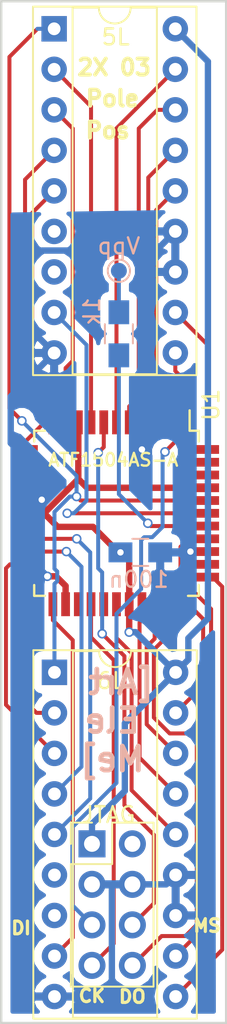
<source format=kicad_pcb>
(kicad_pcb (version 4) (host pcbnew 4.0.7-e2-6376~58~ubuntu16.04.1)

  (general
    (links 49)
    (no_connects 0)
    (area 148.974999 62.854999 163.325 128.745)
    (thickness 1.6)
    (drawings 14)
    (tracks 241)
    (zones 0)
    (modules 7)
    (nets 45)
  )

  (page A4)
  (layers
    (0 F.Cu signal)
    (31 B.Cu signal)
    (32 B.Adhes user)
    (33 F.Adhes user)
    (34 B.Paste user)
    (35 F.Paste user)
    (36 B.SilkS user)
    (37 F.SilkS user)
    (38 B.Mask user)
    (39 F.Mask user)
    (40 Dwgs.User user)
    (41 Cmts.User user)
    (42 Eco1.User user)
    (43 Eco2.User user)
    (44 Edge.Cuts user)
    (45 Margin user)
    (46 B.CrtYd user)
    (47 F.CrtYd user)
    (48 B.Fab user)
    (49 F.Fab user)
  )

  (setup
    (last_trace_width 0.25)
    (trace_clearance 0.2)
    (zone_clearance 0.508)
    (zone_45_only no)
    (trace_min 0.2)
    (segment_width 0.2)
    (edge_width 0.15)
    (via_size 0.6)
    (via_drill 0.4)
    (via_min_size 0.4)
    (via_min_drill 0.3)
    (uvia_size 0.3)
    (uvia_drill 0.1)
    (uvias_allowed no)
    (uvia_min_size 0.2)
    (uvia_min_drill 0.1)
    (pcb_text_width 0.3)
    (pcb_text_size 1.5 1.5)
    (mod_edge_width 0.15)
    (mod_text_size 1 1)
    (mod_text_width 0.15)
    (pad_size 1.524 1.524)
    (pad_drill 0.762)
    (pad_to_mask_clearance 0.2)
    (aux_axis_origin 0 0)
    (visible_elements FFFFFF7F)
    (pcbplotparams
      (layerselection 0x010f0_80000001)
      (usegerberextensions true)
      (excludeedgelayer true)
      (linewidth 0.100000)
      (plotframeref false)
      (viasonmask false)
      (mode 1)
      (useauxorigin false)
      (hpglpennumber 1)
      (hpglpenspeed 20)
      (hpglpendiameter 15)
      (hpglpenoverlay 2)
      (psnegative false)
      (psa4output false)
      (plotreference true)
      (plotvalue true)
      (plotinvisibletext false)
      (padsonsilk false)
      (subtractmaskfromsilk true)
      (outputformat 1)
      (mirror false)
      (drillshape 0)
      (scaleselection 1)
      (outputdirectory gerber/))
  )

  (net 0 "")
  (net 1 VCC)
  (net 2 GND)
  (net 3 "Net-(J1-Pad2)")
  (net 4 "Net-(J1-Pad5)")
  (net 5 "Net-(J1-Pad6)")
  (net 6 "Net-(J1-Pad7)")
  (net 7 "Net-(J1-Pad8)")
  (net 8 "Net-(J2-Pad1)")
  (net 9 /~6M)
  (net 10 /QSL10)
  (net 11 /I10)
  (net 12 /QSL11)
  (net 13 /I11)
  (net 14 /I12)
  (net 15 /I13)
  (net 16 /O13)
  (net 17 "Net-(P5L1-Pad6)")
  (net 18 /O12)
  (net 19 "Net-(P5L1-Pad7)")
  (net 20 /O11)
  (net 21 /OUT_SEL1)
  (net 22 /O10)
  (net 23 /QSL20)
  (net 24 /I20)
  (net 25 /QSL21)
  (net 26 /I21)
  (net 27 /I22)
  (net 28 /I23)
  (net 29 /O23)
  (net 30 "Net-(P6L1-Pad6)")
  (net 31 /O22)
  (net 32 "Net-(P6L1-Pad7)")
  (net 33 /O21)
  (net 34 /OUT_SEL2)
  (net 35 /O20)
  (net 36 "Net-(R1-Pad2)")
  (net 37 "Net-(U1-Pad15)")
  (net 38 "Net-(U1-Pad18)")
  (net 39 "Net-(U1-Pad25)")
  (net 40 "Net-(U1-Pad13)")
  (net 41 "Net-(U1-Pad14)")
  (net 42 "Net-(U1-Pad27)")
  (net 43 "Net-(U1-Pad42)")
  (net 44 "Net-(U1-Pad35)")

  (net_class Default "This is the default net class."
    (clearance 0.2)
    (trace_width 0.25)
    (via_dia 0.6)
    (via_drill 0.4)
    (uvia_dia 0.3)
    (uvia_drill 0.1)
    (add_net /I10)
    (add_net /I11)
    (add_net /I12)
    (add_net /I13)
    (add_net /I20)
    (add_net /I21)
    (add_net /I22)
    (add_net /I23)
    (add_net /O10)
    (add_net /O11)
    (add_net /O12)
    (add_net /O13)
    (add_net /O20)
    (add_net /O21)
    (add_net /O22)
    (add_net /O23)
    (add_net /OUT_SEL1)
    (add_net /OUT_SEL2)
    (add_net /QSL10)
    (add_net /QSL11)
    (add_net /QSL20)
    (add_net /QSL21)
    (add_net /~6M)
    (add_net "Net-(J1-Pad2)")
    (add_net "Net-(J1-Pad5)")
    (add_net "Net-(J1-Pad6)")
    (add_net "Net-(J1-Pad7)")
    (add_net "Net-(J1-Pad8)")
    (add_net "Net-(J2-Pad1)")
    (add_net "Net-(P5L1-Pad6)")
    (add_net "Net-(P5L1-Pad7)")
    (add_net "Net-(P6L1-Pad6)")
    (add_net "Net-(P6L1-Pad7)")
    (add_net "Net-(R1-Pad2)")
    (add_net "Net-(U1-Pad13)")
    (add_net "Net-(U1-Pad14)")
    (add_net "Net-(U1-Pad15)")
    (add_net "Net-(U1-Pad18)")
    (add_net "Net-(U1-Pad25)")
    (add_net "Net-(U1-Pad27)")
    (add_net "Net-(U1-Pad35)")
    (add_net "Net-(U1-Pad42)")
  )

  (net_class pwr ""
    (clearance 0.2)
    (trace_width 0.4)
    (via_dia 0.6)
    (via_drill 0.4)
    (uvia_dia 0.3)
    (uvia_drill 0.1)
    (add_net GND)
    (add_net VCC)
  )

  (module Capacitors_SMD:C_0805_HandSoldering (layer B.Cu) (tedit 668D8C2A) (tstamp 668D0E98)
    (at 157.8 97.5)
    (descr "Capacitor SMD 0805, hand soldering")
    (tags "capacitor 0805")
    (path /5F46A257)
    (attr smd)
    (fp_text reference C1 (at 0 1.75) (layer B.SilkS) hide
      (effects (font (size 1 1) (thickness 0.15)) (justify mirror))
    )
    (fp_text value 100n (at -0.1 1.7) (layer B.SilkS)
      (effects (font (size 1 1) (thickness 0.15)) (justify mirror))
    )
    (fp_text user %R (at 0 1.75) (layer B.Fab)
      (effects (font (size 1 1) (thickness 0.15)) (justify mirror))
    )
    (fp_line (start -1 -0.62) (end -1 0.62) (layer B.Fab) (width 0.1))
    (fp_line (start 1 -0.62) (end -1 -0.62) (layer B.Fab) (width 0.1))
    (fp_line (start 1 0.62) (end 1 -0.62) (layer B.Fab) (width 0.1))
    (fp_line (start -1 0.62) (end 1 0.62) (layer B.Fab) (width 0.1))
    (fp_line (start 0.5 0.85) (end -0.5 0.85) (layer B.SilkS) (width 0.12))
    (fp_line (start -0.5 -0.85) (end 0.5 -0.85) (layer B.SilkS) (width 0.12))
    (fp_line (start -2.25 0.88) (end 2.25 0.88) (layer B.CrtYd) (width 0.05))
    (fp_line (start -2.25 0.88) (end -2.25 -0.87) (layer B.CrtYd) (width 0.05))
    (fp_line (start 2.25 -0.87) (end 2.25 0.88) (layer B.CrtYd) (width 0.05))
    (fp_line (start 2.25 -0.87) (end -2.25 -0.87) (layer B.CrtYd) (width 0.05))
    (pad 1 smd rect (at -1.25 0) (size 1.5 1.25) (layers B.Cu B.Paste B.Mask)
      (net 1 VCC))
    (pad 2 smd rect (at 1.25 0) (size 1.5 1.25) (layers B.Cu B.Paste B.Mask)
      (net 2 GND))
    (model Capacitors_SMD.3dshapes/C_0805.wrl
      (at (xyz 0 0 0))
      (scale (xyz 1 1 1))
      (rotate (xyz 0 0 0))
    )
  )

  (module Pin_Headers:Pin_Header_Straight_2x04_Pitch2.54mm (layer F.Cu) (tedit 668D8F24) (tstamp 668D0EA4)
    (at 154.76 115.77)
    (descr "Through hole straight pin header, 2x04, 2.54mm pitch, double rows")
    (tags "Through hole pin header THT 2x04 2.54mm double row")
    (path /62A356CB)
    (fp_text reference J1 (at 1.27 -2.33) (layer F.SilkS) hide
      (effects (font (size 1 1) (thickness 0.15)))
    )
    (fp_text value JTAG (at 1.04 -1.82) (layer F.SilkS)
      (effects (font (size 1 1) (thickness 0.15)))
    )
    (fp_line (start 0 -1.27) (end 3.81 -1.27) (layer F.Fab) (width 0.1))
    (fp_line (start 3.81 -1.27) (end 3.81 8.89) (layer F.Fab) (width 0.1))
    (fp_line (start 3.81 8.89) (end -1.27 8.89) (layer F.Fab) (width 0.1))
    (fp_line (start -1.27 8.89) (end -1.27 0) (layer F.Fab) (width 0.1))
    (fp_line (start -1.27 0) (end 0 -1.27) (layer F.Fab) (width 0.1))
    (fp_line (start -1.33 8.95) (end 3.87 8.95) (layer F.SilkS) (width 0.12))
    (fp_line (start -1.33 1.27) (end -1.33 8.95) (layer F.SilkS) (width 0.12))
    (fp_line (start 3.87 -1.33) (end 3.87 8.95) (layer F.SilkS) (width 0.12))
    (fp_line (start -1.33 1.27) (end 1.27 1.27) (layer F.SilkS) (width 0.12))
    (fp_line (start 1.27 1.27) (end 1.27 -1.33) (layer F.SilkS) (width 0.12))
    (fp_line (start 1.27 -1.33) (end 3.87 -1.33) (layer F.SilkS) (width 0.12))
    (fp_line (start -1.33 0) (end -1.33 -1.33) (layer F.SilkS) (width 0.12))
    (fp_line (start -1.33 -1.33) (end 0 -1.33) (layer F.SilkS) (width 0.12))
    (fp_line (start -1.8 -1.8) (end -1.8 9.4) (layer F.CrtYd) (width 0.05))
    (fp_line (start -1.8 9.4) (end 4.35 9.4) (layer F.CrtYd) (width 0.05))
    (fp_line (start 4.35 9.4) (end 4.35 -1.8) (layer F.CrtYd) (width 0.05))
    (fp_line (start 4.35 -1.8) (end -1.8 -1.8) (layer F.CrtYd) (width 0.05))
    (fp_text user %R (at 1.27 3.81 90) (layer F.Fab) hide
      (effects (font (size 1 1) (thickness 0.15)))
    )
    (pad 1 thru_hole rect (at 0 0) (size 1.7 1.7) (drill 1) (layers *.Cu *.Mask)
      (net 1 VCC))
    (pad 2 thru_hole oval (at 2.54 0) (size 1.7 1.7) (drill 1) (layers *.Cu *.Mask)
      (net 3 "Net-(J1-Pad2)"))
    (pad 3 thru_hole oval (at 0 2.54) (size 1.7 1.7) (drill 1) (layers *.Cu *.Mask)
      (net 2 GND))
    (pad 4 thru_hole oval (at 2.54 2.54) (size 1.7 1.7) (drill 1) (layers *.Cu *.Mask)
      (net 2 GND))
    (pad 5 thru_hole oval (at 0 5.08) (size 1.7 1.7) (drill 1) (layers *.Cu *.Mask)
      (net 4 "Net-(J1-Pad5)"))
    (pad 6 thru_hole oval (at 2.54 5.08) (size 1.7 1.7) (drill 1) (layers *.Cu *.Mask)
      (net 5 "Net-(J1-Pad6)"))
    (pad 7 thru_hole oval (at 0 7.62) (size 1.7 1.7) (drill 1) (layers *.Cu *.Mask)
      (net 6 "Net-(J1-Pad7)"))
    (pad 8 thru_hole oval (at 2.54 7.62) (size 1.7 1.7) (drill 1) (layers *.Cu *.Mask)
      (net 7 "Net-(J1-Pad8)"))
    (model ${KISYS3DMOD}/Pin_Headers.3dshapes/Pin_Header_Straight_2x04_Pitch2.54mm.wrl
      (at (xyz 0 0 0))
      (scale (xyz 1 1 1))
      (rotate (xyz 0 0 0))
    )
  )

  (module Connectors_TestPoints:Test_Point_Pad_d1.0mm (layer B.Cu) (tedit 668D8D44) (tstamp 668D0EA9)
    (at 156.45 79.85)
    (descr "SMD pad as test Point, diameter 1.0mm")
    (tags "test point SMD pad")
    (path /60FD61A0)
    (attr virtual)
    (fp_text reference J2 (at 0 1.448) (layer B.SilkS) hide
      (effects (font (size 1 1) (thickness 0.15)) (justify mirror))
    )
    (fp_text value Vpp (at 0 -1.55) (layer B.SilkS)
      (effects (font (size 1 1) (thickness 0.15)) (justify mirror))
    )
    (fp_text user %R (at 0 1.45) (layer B.Fab) hide
      (effects (font (size 1 1) (thickness 0.15)) (justify mirror))
    )
    (fp_circle (center 0 0) (end 1 0) (layer B.CrtYd) (width 0.05))
    (fp_circle (center 0 0) (end 0 -0.7) (layer B.SilkS) (width 0.12))
    (pad 1 smd circle (at 0 0) (size 1 1) (layers B.Cu B.Mask)
      (net 8 "Net-(J2-Pad1)"))
  )

  (module Housings_DIP:DIP-18_W7.62mm_Socket (layer F.Cu) (tedit 668D8C79) (tstamp 668D0EBF)
    (at 152.38 64.68)
    (descr "18-lead though-hole mounted DIP package, row spacing 7.62 mm (300 mils), Socket")
    (tags "THT DIP DIL PDIP 2.54mm 7.62mm 300mil Socket")
    (path /66899300)
    (fp_text reference 5L (at 3.87 0.52) (layer F.SilkS)
      (effects (font (size 1 1) (thickness 0.15)))
    )
    (fp_text value DIP18 (at 3.81 22.65) (layer F.Fab) hide
      (effects (font (size 1 1) (thickness 0.15)))
    )
    (fp_arc (start 3.81 -1.33) (end 2.81 -1.33) (angle -180) (layer F.SilkS) (width 0.12))
    (fp_line (start 1.635 -1.27) (end 6.985 -1.27) (layer F.Fab) (width 0.1))
    (fp_line (start 6.985 -1.27) (end 6.985 21.59) (layer F.Fab) (width 0.1))
    (fp_line (start 6.985 21.59) (end 0.635 21.59) (layer F.Fab) (width 0.1))
    (fp_line (start 0.635 21.59) (end 0.635 -0.27) (layer F.Fab) (width 0.1))
    (fp_line (start 0.635 -0.27) (end 1.635 -1.27) (layer F.Fab) (width 0.1))
    (fp_line (start -1.27 -1.33) (end -1.27 21.65) (layer F.Fab) (width 0.1))
    (fp_line (start -1.27 21.65) (end 8.89 21.65) (layer F.Fab) (width 0.1))
    (fp_line (start 8.89 21.65) (end 8.89 -1.33) (layer F.Fab) (width 0.1))
    (fp_line (start 8.89 -1.33) (end -1.27 -1.33) (layer F.Fab) (width 0.1))
    (fp_line (start 2.81 -1.33) (end 1.16 -1.33) (layer F.SilkS) (width 0.12))
    (fp_line (start 1.16 -1.33) (end 1.16 21.65) (layer F.SilkS) (width 0.12))
    (fp_line (start 1.16 21.65) (end 6.46 21.65) (layer F.SilkS) (width 0.12))
    (fp_line (start 6.46 21.65) (end 6.46 -1.33) (layer F.SilkS) (width 0.12))
    (fp_line (start 6.46 -1.33) (end 4.81 -1.33) (layer F.SilkS) (width 0.12))
    (fp_line (start -1.33 -1.39) (end -1.33 21.71) (layer F.SilkS) (width 0.12))
    (fp_line (start -1.33 21.71) (end 8.95 21.71) (layer F.SilkS) (width 0.12))
    (fp_line (start 8.95 21.71) (end 8.95 -1.39) (layer F.SilkS) (width 0.12))
    (fp_line (start 8.95 -1.39) (end -1.33 -1.39) (layer F.SilkS) (width 0.12))
    (fp_line (start -1.55 -1.6) (end -1.55 21.9) (layer F.CrtYd) (width 0.05))
    (fp_line (start -1.55 21.9) (end 9.15 21.9) (layer F.CrtYd) (width 0.05))
    (fp_line (start 9.15 21.9) (end 9.15 -1.6) (layer F.CrtYd) (width 0.05))
    (fp_line (start 9.15 -1.6) (end -1.55 -1.6) (layer F.CrtYd) (width 0.05))
    (fp_text user %R (at 3.81 10.16) (layer F.Fab) hide
      (effects (font (size 1 1) (thickness 0.15)))
    )
    (pad 1 thru_hole rect (at 0 0) (size 1.6 1.6) (drill 0.8) (layers *.Cu *.Mask)
      (net 9 /~6M))
    (pad 10 thru_hole oval (at 7.62 20.32) (size 1.6 1.6) (drill 0.8) (layers *.Cu *.Mask)
      (net 10 /QSL10))
    (pad 2 thru_hole oval (at 0 2.54) (size 1.6 1.6) (drill 0.8) (layers *.Cu *.Mask)
      (net 11 /I10))
    (pad 11 thru_hole oval (at 7.62 17.78) (size 1.6 1.6) (drill 0.8) (layers *.Cu *.Mask)
      (net 12 /QSL11))
    (pad 3 thru_hole oval (at 0 5.08) (size 1.6 1.6) (drill 0.8) (layers *.Cu *.Mask)
      (net 13 /I11))
    (pad 12 thru_hole oval (at 7.62 15.24) (size 1.6 1.6) (drill 0.8) (layers *.Cu *.Mask)
      (net 2 GND))
    (pad 4 thru_hole oval (at 0 7.62) (size 1.6 1.6) (drill 0.8) (layers *.Cu *.Mask)
      (net 14 /I12))
    (pad 13 thru_hole oval (at 7.62 12.7) (size 1.6 1.6) (drill 0.8) (layers *.Cu *.Mask)
      (net 2 GND))
    (pad 5 thru_hole oval (at 0 10.16) (size 1.6 1.6) (drill 0.8) (layers *.Cu *.Mask)
      (net 15 /I13))
    (pad 14 thru_hole oval (at 7.62 10.16) (size 1.6 1.6) (drill 0.8) (layers *.Cu *.Mask)
      (net 16 /O13))
    (pad 6 thru_hole oval (at 0 12.7) (size 1.6 1.6) (drill 0.8) (layers *.Cu *.Mask)
      (net 17 "Net-(P5L1-Pad6)"))
    (pad 15 thru_hole oval (at 7.62 7.62) (size 1.6 1.6) (drill 0.8) (layers *.Cu *.Mask)
      (net 18 /O12))
    (pad 7 thru_hole oval (at 0 15.24) (size 1.6 1.6) (drill 0.8) (layers *.Cu *.Mask)
      (net 19 "Net-(P5L1-Pad7)"))
    (pad 16 thru_hole oval (at 7.62 5.08) (size 1.6 1.6) (drill 0.8) (layers *.Cu *.Mask)
      (net 20 /O11))
    (pad 8 thru_hole oval (at 0 17.78) (size 1.6 1.6) (drill 0.8) (layers *.Cu *.Mask)
      (net 21 /OUT_SEL1))
    (pad 17 thru_hole oval (at 7.62 2.54) (size 1.6 1.6) (drill 0.8) (layers *.Cu *.Mask)
      (net 22 /O10))
    (pad 9 thru_hole oval (at 0 20.32) (size 1.6 1.6) (drill 0.8) (layers *.Cu *.Mask)
      (net 2 GND))
    (pad 18 thru_hole oval (at 7.62 0) (size 1.6 1.6) (drill 0.8) (layers *.Cu *.Mask)
      (net 1 VCC))
    (model ${KISYS3DMOD}/Housings_DIP.3dshapes/DIP-18_W7.62mm_Socket.wrl
      (at (xyz 0 0 0))
      (scale (xyz 1 1 1))
      (rotate (xyz 0 0 0))
    )
  )

  (module Housings_DIP:DIP-18_W7.62mm_Socket (layer F.Cu) (tedit 668D8C57) (tstamp 668D0ED5)
    (at 152.4 105.02)
    (descr "18-lead though-hole mounted DIP package, row spacing 7.62 mm (300 mils), Socket")
    (tags "THT DIP DIL PDIP 2.54mm 7.62mm 300mil Socket")
    (path /668BB85B)
    (fp_text reference 6L (at 3.55 0.53) (layer F.SilkS)
      (effects (font (size 1 1) (thickness 0.15)))
    )
    (fp_text value DIP18 (at 3.81 22.65) (layer F.Fab) hide
      (effects (font (size 1 1) (thickness 0.15)))
    )
    (fp_arc (start 3.81 -1.33) (end 2.81 -1.33) (angle -180) (layer F.SilkS) (width 0.12))
    (fp_line (start 1.635 -1.27) (end 6.985 -1.27) (layer F.Fab) (width 0.1))
    (fp_line (start 6.985 -1.27) (end 6.985 21.59) (layer F.Fab) (width 0.1))
    (fp_line (start 6.985 21.59) (end 0.635 21.59) (layer F.Fab) (width 0.1))
    (fp_line (start 0.635 21.59) (end 0.635 -0.27) (layer F.Fab) (width 0.1))
    (fp_line (start 0.635 -0.27) (end 1.635 -1.27) (layer F.Fab) (width 0.1))
    (fp_line (start -1.27 -1.33) (end -1.27 21.65) (layer F.Fab) (width 0.1))
    (fp_line (start -1.27 21.65) (end 8.89 21.65) (layer F.Fab) (width 0.1))
    (fp_line (start 8.89 21.65) (end 8.89 -1.33) (layer F.Fab) (width 0.1))
    (fp_line (start 8.89 -1.33) (end -1.27 -1.33) (layer F.Fab) (width 0.1))
    (fp_line (start 2.81 -1.33) (end 1.16 -1.33) (layer F.SilkS) (width 0.12))
    (fp_line (start 1.16 -1.33) (end 1.16 21.65) (layer F.SilkS) (width 0.12))
    (fp_line (start 1.16 21.65) (end 6.46 21.65) (layer F.SilkS) (width 0.12))
    (fp_line (start 6.46 21.65) (end 6.46 -1.33) (layer F.SilkS) (width 0.12))
    (fp_line (start 6.46 -1.33) (end 4.81 -1.33) (layer F.SilkS) (width 0.12))
    (fp_line (start -1.33 -1.39) (end -1.33 21.71) (layer F.SilkS) (width 0.12))
    (fp_line (start -1.33 21.71) (end 8.95 21.71) (layer F.SilkS) (width 0.12))
    (fp_line (start 8.95 21.71) (end 8.95 -1.39) (layer F.SilkS) (width 0.12))
    (fp_line (start 8.95 -1.39) (end -1.33 -1.39) (layer F.SilkS) (width 0.12))
    (fp_line (start -1.55 -1.6) (end -1.55 21.9) (layer F.CrtYd) (width 0.05))
    (fp_line (start -1.55 21.9) (end 9.15 21.9) (layer F.CrtYd) (width 0.05))
    (fp_line (start 9.15 21.9) (end 9.15 -1.6) (layer F.CrtYd) (width 0.05))
    (fp_line (start 9.15 -1.6) (end -1.55 -1.6) (layer F.CrtYd) (width 0.05))
    (fp_text user %R (at 3.81 10.16) (layer F.Fab) hide
      (effects (font (size 1 1) (thickness 0.15)))
    )
    (pad 1 thru_hole rect (at 0 0) (size 1.6 1.6) (drill 0.8) (layers *.Cu *.Mask)
      (net 9 /~6M))
    (pad 10 thru_hole oval (at 7.62 20.32) (size 1.6 1.6) (drill 0.8) (layers *.Cu *.Mask)
      (net 23 /QSL20))
    (pad 2 thru_hole oval (at 0 2.54) (size 1.6 1.6) (drill 0.8) (layers *.Cu *.Mask)
      (net 24 /I20))
    (pad 11 thru_hole oval (at 7.62 17.78) (size 1.6 1.6) (drill 0.8) (layers *.Cu *.Mask)
      (net 25 /QSL21))
    (pad 3 thru_hole oval (at 0 5.08) (size 1.6 1.6) (drill 0.8) (layers *.Cu *.Mask)
      (net 26 /I21))
    (pad 12 thru_hole oval (at 7.62 15.24) (size 1.6 1.6) (drill 0.8) (layers *.Cu *.Mask)
      (net 2 GND))
    (pad 4 thru_hole oval (at 0 7.62) (size 1.6 1.6) (drill 0.8) (layers *.Cu *.Mask)
      (net 27 /I22))
    (pad 13 thru_hole oval (at 7.62 12.7) (size 1.6 1.6) (drill 0.8) (layers *.Cu *.Mask)
      (net 2 GND))
    (pad 5 thru_hole oval (at 0 10.16) (size 1.6 1.6) (drill 0.8) (layers *.Cu *.Mask)
      (net 28 /I23))
    (pad 14 thru_hole oval (at 7.62 10.16) (size 1.6 1.6) (drill 0.8) (layers *.Cu *.Mask)
      (net 29 /O23))
    (pad 6 thru_hole oval (at 0 12.7) (size 1.6 1.6) (drill 0.8) (layers *.Cu *.Mask)
      (net 30 "Net-(P6L1-Pad6)"))
    (pad 15 thru_hole oval (at 7.62 7.62) (size 1.6 1.6) (drill 0.8) (layers *.Cu *.Mask)
      (net 31 /O22))
    (pad 7 thru_hole oval (at 0 15.24) (size 1.6 1.6) (drill 0.8) (layers *.Cu *.Mask)
      (net 32 "Net-(P6L1-Pad7)"))
    (pad 16 thru_hole oval (at 7.62 5.08) (size 1.6 1.6) (drill 0.8) (layers *.Cu *.Mask)
      (net 33 /O21))
    (pad 8 thru_hole oval (at 0 17.78) (size 1.6 1.6) (drill 0.8) (layers *.Cu *.Mask)
      (net 34 /OUT_SEL2))
    (pad 17 thru_hole oval (at 7.62 2.54) (size 1.6 1.6) (drill 0.8) (layers *.Cu *.Mask)
      (net 35 /O20))
    (pad 9 thru_hole oval (at 0 20.32) (size 1.6 1.6) (drill 0.8) (layers *.Cu *.Mask)
      (net 2 GND))
    (pad 18 thru_hole oval (at 7.62 0) (size 1.6 1.6) (drill 0.8) (layers *.Cu *.Mask)
      (net 1 VCC))
    (model ${KISYS3DMOD}/Housings_DIP.3dshapes/DIP-18_W7.62mm_Socket.wrl
      (at (xyz 0 0 0))
      (scale (xyz 1 1 1))
      (rotate (xyz 0 0 0))
    )
  )

  (module Resistors_SMD:R_0805_HandSoldering (layer B.Cu) (tedit 668D922E) (tstamp 668D0EDB)
    (at 156.45 83.8 270)
    (descr "Resistor SMD 0805, hand soldering")
    (tags "resistor 0805")
    (path /5F3ED112)
    (attr smd)
    (fp_text reference R1 (at 0 1.7 270) (layer B.SilkS) hide
      (effects (font (size 1 1) (thickness 0.15)) (justify mirror))
    )
    (fp_text value 1k (at -1.4 1.7 270) (layer B.SilkS)
      (effects (font (size 1 1) (thickness 0.15)) (justify mirror))
    )
    (fp_text user %R (at 0 0 270) (layer B.Fab) hide
      (effects (font (size 0.5 0.5) (thickness 0.075)) (justify mirror))
    )
    (fp_line (start -1 -0.62) (end -1 0.62) (layer B.Fab) (width 0.1))
    (fp_line (start 1 -0.62) (end -1 -0.62) (layer B.Fab) (width 0.1))
    (fp_line (start 1 0.62) (end 1 -0.62) (layer B.Fab) (width 0.1))
    (fp_line (start -1 0.62) (end 1 0.62) (layer B.Fab) (width 0.1))
    (fp_line (start 0.6 -0.88) (end -0.6 -0.88) (layer B.SilkS) (width 0.12))
    (fp_line (start -0.6 0.88) (end 0.6 0.88) (layer B.SilkS) (width 0.12))
    (fp_line (start -2.35 0.9) (end 2.35 0.9) (layer B.CrtYd) (width 0.05))
    (fp_line (start -2.35 0.9) (end -2.35 -0.9) (layer B.CrtYd) (width 0.05))
    (fp_line (start 2.35 -0.9) (end 2.35 0.9) (layer B.CrtYd) (width 0.05))
    (fp_line (start 2.35 -0.9) (end -2.35 -0.9) (layer B.CrtYd) (width 0.05))
    (pad 1 smd rect (at -1.35 0 270) (size 1.5 1.3) (layers B.Cu B.Paste B.Mask)
      (net 8 "Net-(J2-Pad1)"))
    (pad 2 smd rect (at 1.35 0 270) (size 1.5 1.3) (layers B.Cu B.Paste B.Mask)
      (net 36 "Net-(R1-Pad2)"))
    (model ${KISYS3DMOD}/Resistors_SMD.3dshapes/R_0805.wrl
      (at (xyz 0 0 0))
      (scale (xyz 1 1 1))
      (rotate (xyz 0 0 0))
    )
  )

  (module Housings_QFP:TQFP-44_10x10mm_Pitch0.8mm (layer F.Cu) (tedit 668D8BFF) (tstamp 668D0F0B)
    (at 156.3 95.05 270)
    (descr "44-Lead Plastic Thin Quad Flatpack (PT) - 10x10x1.0 mm Body [TQFP] (see Microchip Packaging Specification 00000049BS.pdf)")
    (tags "QFP 0.8")
    (path /5B329559)
    (attr smd)
    (fp_text reference U1 (at -6.8 -5.95 450) (layer F.SilkS)
      (effects (font (size 1 1) (thickness 0.15)))
    )
    (fp_text value ATF1504AS-A (at -3.35 0.2 360) (layer F.SilkS)
      (effects (font (size 0.8 0.8) (thickness 0.15)))
    )
    (fp_text user %R (at 0 0 270) (layer F.Fab) hide
      (effects (font (size 1 1) (thickness 0.15)))
    )
    (fp_line (start -4 -5) (end 5 -5) (layer F.Fab) (width 0.15))
    (fp_line (start 5 -5) (end 5 5) (layer F.Fab) (width 0.15))
    (fp_line (start 5 5) (end -5 5) (layer F.Fab) (width 0.15))
    (fp_line (start -5 5) (end -5 -4) (layer F.Fab) (width 0.15))
    (fp_line (start -5 -4) (end -4 -5) (layer F.Fab) (width 0.15))
    (fp_line (start -6.7 -6.7) (end -6.7 6.7) (layer F.CrtYd) (width 0.05))
    (fp_line (start 6.7 -6.7) (end 6.7 6.7) (layer F.CrtYd) (width 0.05))
    (fp_line (start -6.7 -6.7) (end 6.7 -6.7) (layer F.CrtYd) (width 0.05))
    (fp_line (start -6.7 6.7) (end 6.7 6.7) (layer F.CrtYd) (width 0.05))
    (fp_line (start -5.175 -5.175) (end -5.175 -4.6) (layer F.SilkS) (width 0.15))
    (fp_line (start 5.175 -5.175) (end 5.175 -4.5) (layer F.SilkS) (width 0.15))
    (fp_line (start 5.175 5.175) (end 5.175 4.5) (layer F.SilkS) (width 0.15))
    (fp_line (start -5.175 5.175) (end -5.175 4.5) (layer F.SilkS) (width 0.15))
    (fp_line (start -5.175 -5.175) (end -4.5 -5.175) (layer F.SilkS) (width 0.15))
    (fp_line (start -5.175 5.175) (end -4.5 5.175) (layer F.SilkS) (width 0.15))
    (fp_line (start 5.175 5.175) (end 4.5 5.175) (layer F.SilkS) (width 0.15))
    (fp_line (start 5.175 -5.175) (end 4.5 -5.175) (layer F.SilkS) (width 0.15))
    (fp_line (start -5.175 -4.6) (end -6.45 -4.6) (layer F.SilkS) (width 0.15))
    (pad 1 smd rect (at -5.7 -4 270) (size 1.5 0.55) (layers F.Cu F.Paste F.Mask)
      (net 4 "Net-(J1-Pad5)"))
    (pad 2 smd rect (at -5.7 -3.2 270) (size 1.5 0.55) (layers F.Cu F.Paste F.Mask)
      (net 16 /O13))
    (pad 3 smd rect (at -5.7 -2.4 270) (size 1.5 0.55) (layers F.Cu F.Paste F.Mask)
      (net 18 /O12))
    (pad 4 smd rect (at -5.7 -1.6 270) (size 1.5 0.55) (layers F.Cu F.Paste F.Mask)
      (net 2 GND))
    (pad 5 smd rect (at -5.7 -0.8 270) (size 1.5 0.55) (layers F.Cu F.Paste F.Mask)
      (net 20 /O11))
    (pad 6 smd rect (at -5.7 0 270) (size 1.5 0.55) (layers F.Cu F.Paste F.Mask)
      (net 22 /O10))
    (pad 7 smd rect (at -5.7 0.8 270) (size 1.5 0.55) (layers F.Cu F.Paste F.Mask)
      (net 5 "Net-(J1-Pad6)"))
    (pad 8 smd rect (at -5.7 1.6 270) (size 1.5 0.55) (layers F.Cu F.Paste F.Mask)
      (net 11 /I10))
    (pad 9 smd rect (at -5.7 2.4 270) (size 1.5 0.55) (layers F.Cu F.Paste F.Mask)
      (net 1 VCC))
    (pad 10 smd rect (at -5.7 3.2 270) (size 1.5 0.55) (layers F.Cu F.Paste F.Mask)
      (net 13 /I11))
    (pad 11 smd rect (at -5.7 4 270) (size 1.5 0.55) (layers F.Cu F.Paste F.Mask)
      (net 15 /I13))
    (pad 12 smd rect (at -4 5.7) (size 1.5 0.55) (layers F.Cu F.Paste F.Mask)
      (net 14 /I12))
    (pad 13 smd rect (at -3.2 5.7) (size 1.5 0.55) (layers F.Cu F.Paste F.Mask)
      (net 40 "Net-(U1-Pad13)"))
    (pad 14 smd rect (at -2.4 5.7) (size 1.5 0.55) (layers F.Cu F.Paste F.Mask)
      (net 41 "Net-(U1-Pad14)"))
    (pad 15 smd rect (at -1.6 5.7) (size 1.5 0.55) (layers F.Cu F.Paste F.Mask)
      (net 37 "Net-(U1-Pad15)"))
    (pad 16 smd rect (at -0.8 5.7) (size 1.5 0.55) (layers F.Cu F.Paste F.Mask)
      (net 2 GND))
    (pad 17 smd rect (at 0 5.7) (size 1.5 0.55) (layers F.Cu F.Paste F.Mask)
      (net 1 VCC))
    (pad 18 smd rect (at 0.8 5.7) (size 1.5 0.55) (layers F.Cu F.Paste F.Mask)
      (net 38 "Net-(U1-Pad18)"))
    (pad 19 smd rect (at 1.6 5.7) (size 1.5 0.55) (layers F.Cu F.Paste F.Mask)
      (net 28 /I23))
    (pad 20 smd rect (at 2.4 5.7) (size 1.5 0.55) (layers F.Cu F.Paste F.Mask)
      (net 27 /I22))
    (pad 21 smd rect (at 3.2 5.7) (size 1.5 0.55) (layers F.Cu F.Paste F.Mask)
      (net 26 /I21))
    (pad 22 smd rect (at 4 5.7) (size 1.5 0.55) (layers F.Cu F.Paste F.Mask)
      (net 24 /I20))
    (pad 23 smd rect (at 5.7 4 270) (size 1.5 0.55) (layers F.Cu F.Paste F.Mask)
      (net 34 /OUT_SEL2))
    (pad 24 smd rect (at 5.7 3.2 270) (size 1.5 0.55) (layers F.Cu F.Paste F.Mask)
      (net 2 GND))
    (pad 25 smd rect (at 5.7 2.4 270) (size 1.5 0.55) (layers F.Cu F.Paste F.Mask)
      (net 39 "Net-(U1-Pad25)"))
    (pad 26 smd rect (at 5.7 1.6 270) (size 1.5 0.55) (layers F.Cu F.Paste F.Mask)
      (net 6 "Net-(J1-Pad7)"))
    (pad 27 smd rect (at 5.7 0.8 270) (size 1.5 0.55) (layers F.Cu F.Paste F.Mask)
      (net 42 "Net-(U1-Pad27)"))
    (pad 28 smd rect (at 5.7 0 270) (size 1.5 0.55) (layers F.Cu F.Paste F.Mask)
      (net 29 /O23))
    (pad 29 smd rect (at 5.7 -0.8 270) (size 1.5 0.55) (layers F.Cu F.Paste F.Mask)
      (net 1 VCC))
    (pad 30 smd rect (at 5.7 -1.6 270) (size 1.5 0.55) (layers F.Cu F.Paste F.Mask)
      (net 31 /O22))
    (pad 31 smd rect (at 5.7 -2.4 270) (size 1.5 0.55) (layers F.Cu F.Paste F.Mask)
      (net 33 /O21))
    (pad 32 smd rect (at 5.7 -3.2 270) (size 1.5 0.55) (layers F.Cu F.Paste F.Mask)
      (net 7 "Net-(J1-Pad8)"))
    (pad 33 smd rect (at 5.7 -4 270) (size 1.5 0.55) (layers F.Cu F.Paste F.Mask)
      (net 35 /O20))
    (pad 34 smd rect (at 4 -5.7) (size 1.5 0.55) (layers F.Cu F.Paste F.Mask)
      (net 23 /QSL20))
    (pad 35 smd rect (at 3.2 -5.7) (size 1.5 0.55) (layers F.Cu F.Paste F.Mask)
      (net 44 "Net-(U1-Pad35)"))
    (pad 36 smd rect (at 2.4 -5.7) (size 1.5 0.55) (layers F.Cu F.Paste F.Mask)
      (net 2 GND))
    (pad 37 smd rect (at 1.6 -5.7) (size 1.5 0.55) (layers F.Cu F.Paste F.Mask)
      (net 25 /QSL21))
    (pad 38 smd rect (at 0.8 -5.7) (size 1.5 0.55) (layers F.Cu F.Paste F.Mask)
      (net 36 "Net-(R1-Pad2)"))
    (pad 39 smd rect (at 0 -5.7) (size 1.5 0.55) (layers F.Cu F.Paste F.Mask)
      (net 21 /OUT_SEL1))
    (pad 40 smd rect (at -0.8 -5.7) (size 1.5 0.55) (layers F.Cu F.Paste F.Mask)
      (net 9 /~6M))
    (pad 41 smd rect (at -1.6 -5.7) (size 1.5 0.55) (layers F.Cu F.Paste F.Mask)
      (net 1 VCC))
    (pad 42 smd rect (at -2.4 -5.7) (size 1.5 0.55) (layers F.Cu F.Paste F.Mask)
      (net 43 "Net-(U1-Pad42)"))
    (pad 43 smd rect (at -3.2 -5.7) (size 1.5 0.55) (layers F.Cu F.Paste F.Mask)
      (net 10 /QSL10))
    (pad 44 smd rect (at -4 -5.7) (size 1.5 0.55) (layers F.Cu F.Paste F.Mask)
      (net 12 /QSL11))
    (model ${KISYS3DMOD}/Housings_QFP.3dshapes/TQFP-44_10x10mm_Pitch0.8mm.wrl
      (at (xyz 0 0 0))
      (scale (xyz 1 1 1))
      (rotate (xyz 0 0 0))
    )
  )

  (gr_text "[Art\n Ele\n Me]" (at 156.6 108.05) (layer B.SilkS)
    (effects (font (size 1.5 1.5) (thickness 0.3)) (justify mirror))
  )
  (gr_text DO (at 157.3 125.35) (layer F.SilkS)
    (effects (font (size 0.8 0.8) (thickness 0.2)))
  )
  (gr_text CK (at 154.75 125.3) (layer F.SilkS)
    (effects (font (size 0.8 0.8) (thickness 0.2)))
  )
  (gr_text MS (at 162 120.9) (layer F.SilkS)
    (effects (font (size 0.8 0.8) (thickness 0.2)))
  )
  (gr_text DI (at 150.3 121.05) (layer F.SilkS)
    (effects (font (size 0.8 0.8) (thickness 0.2)))
  )
  (gr_text Pos (at 155.75 71.05) (layer F.SilkS)
    (effects (font (size 1 1) (thickness 0.25)))
  )
  (gr_text Pole (at 156.05 69.05) (layer F.SilkS)
    (effects (font (size 1 1) (thickness 0.25)))
  )
  (gr_text "2X 03" (at 156.15 67.1) (layer F.SilkS)
    (effects (font (size 1 1) (thickness 0.25)))
  )
  (gr_line (start 149.05 88.6) (end 149.05 127) (layer Edge.Cuts) (width 0.15))
  (gr_line (start 163.2 127) (end 149.05 127) (layer Edge.Cuts) (width 0.15))
  (gr_line (start 163.2 101.25) (end 163.2 127) (layer Edge.Cuts) (width 0.15))
  (gr_line (start 163.2 62.95) (end 163.2 101.25) (layer Edge.Cuts) (width 0.15))
  (gr_line (start 149.05 62.95) (end 163.2 62.95) (layer Edge.Cuts) (width 0.15))
  (gr_line (start 149.05 88.6) (end 149.05 62.95) (layer Edge.Cuts) (width 0.15))

  (segment (start 157.1 102.5) (end 157.5 102.5) (width 0.4) (layer B.Cu) (net 1))
  (segment (start 157.5 102.5) (end 160.02 105.02) (width 0.4) (layer B.Cu) (net 1))
  (segment (start 157.1 100.75) (end 157.1 102.5) (width 0.4) (layer F.Cu) (net 1))
  (via (at 157.1 102.5) (size 0.6) (drill 0.4) (layers F.Cu B.Cu) (net 1))
  (segment (start 162.05 101.65) (end 162.05 66.73) (width 0.4) (layer B.Cu) (net 1))
  (segment (start 162.05 66.73) (end 160 64.68) (width 0.4) (layer B.Cu) (net 1))
  (segment (start 160.819999 102.880001) (end 162.05 101.65) (width 0.4) (layer B.Cu) (net 1))
  (segment (start 160.02 105.02) (end 160.819999 104.220001) (width 0.4) (layer B.Cu) (net 1))
  (segment (start 160.819999 104.220001) (end 160.819999 102.880001) (width 0.4) (layer B.Cu) (net 1))
  (segment (start 152.6 95.9) (end 154.825 95.9) (width 0.4) (layer F.Cu) (net 1))
  (segment (start 154.825 95.9) (end 156.425 97.5) (width 0.4) (layer F.Cu) (net 1))
  (segment (start 156.425 97.5) (end 156.55 97.5) (width 0.4) (layer F.Cu) (net 1))
  (segment (start 151.75 95.05) (end 152.6 95.9) (width 0.4) (layer F.Cu) (net 1))
  (segment (start 157.1 100.75) (end 157.1 98.05) (width 0.4) (layer F.Cu) (net 1))
  (via (at 156.55 97.5) (size 0.6) (drill 0.4) (layers F.Cu B.Cu) (net 1))
  (segment (start 157.1 98.05) (end 156.55 97.5) (width 0.4) (layer F.Cu) (net 1))
  (segment (start 154.76 114.52) (end 154.76 115.77) (width 0.4) (layer B.Cu) (net 1))
  (segment (start 156.825011 112.454989) (end 154.76 114.52) (width 0.4) (layer B.Cu) (net 1))
  (segment (start 156.825011 108.214989) (end 156.825011 112.454989) (width 0.4) (layer B.Cu) (net 1))
  (segment (start 160.02 105.02) (end 156.825011 108.214989) (width 0.4) (layer B.Cu) (net 1))
  (segment (start 153.9 92.9) (end 154.45 93.45) (width 0.4) (layer F.Cu) (net 1))
  (segment (start 154.45 93.45) (end 162 93.45) (width 0.4) (layer F.Cu) (net 1))
  (segment (start 153.9 90.5) (end 153.9 89.35) (width 0.4) (layer F.Cu) (net 1))
  (segment (start 153.9 92.9) (end 153.9 90.5) (width 0.4) (layer F.Cu) (net 1))
  (segment (start 150.6 95.05) (end 151.75 95.05) (width 0.4) (layer F.Cu) (net 1))
  (segment (start 151.75 95.05) (end 153.9 92.9) (width 0.4) (layer F.Cu) (net 1))
  (segment (start 157.3 118.31) (end 156.057921 118.31) (width 0.4) (layer B.Cu) (net 2))
  (segment (start 156.057921 118.31) (end 156.010001 118.35792) (width 0.4) (layer B.Cu) (net 2))
  (segment (start 152.4 125.34) (end 153.53137 125.34) (width 0.4) (layer B.Cu) (net 2))
  (segment (start 153.53137 125.34) (end 153.54137 125.35) (width 0.4) (layer B.Cu) (net 2))
  (segment (start 155.962081 118.31) (end 154.76 118.31) (width 0.4) (layer B.Cu) (net 2))
  (segment (start 153.54137 125.35) (end 155.05 125.35) (width 0.4) (layer B.Cu) (net 2))
  (segment (start 155.05 125.35) (end 156.010001 124.389999) (width 0.4) (layer B.Cu) (net 2))
  (segment (start 156.010001 124.389999) (end 156.010001 118.35792) (width 0.4) (layer B.Cu) (net 2))
  (segment (start 156.010001 118.35792) (end 155.962081 118.31) (width 0.4) (layer B.Cu) (net 2))
  (segment (start 149.65 90.65) (end 149.65 87.73) (width 0.4) (layer B.Cu) (net 2))
  (segment (start 149.65 87.73) (end 152.38 85) (width 0.4) (layer B.Cu) (net 2))
  (segment (start 151.6 92.6) (end 149.65 90.65) (width 0.4) (layer B.Cu) (net 2))
  (segment (start 151.6 94.2) (end 151.6 92.6) (width 0.4) (layer B.Cu) (net 2))
  (segment (start 157.9 89.35) (end 157.9 91.05) (width 0.4) (layer F.Cu) (net 2))
  (via (at 157.9 91.05) (size 0.6) (drill 0.4) (layers F.Cu B.Cu) (net 2))
  (segment (start 150.9 79.3) (end 151.619999 78.580001) (width 0.4) (layer B.Cu) (net 2))
  (segment (start 151.619999 78.580001) (end 158.799999 78.580001) (width 0.4) (layer B.Cu) (net 2))
  (segment (start 158.799999 78.580001) (end 159.200001 78.179999) (width 0.4) (layer B.Cu) (net 2))
  (segment (start 159.200001 78.179999) (end 160 77.38) (width 0.4) (layer B.Cu) (net 2))
  (segment (start 150.9 83.52) (end 150.9 79.3) (width 0.4) (layer B.Cu) (net 2))
  (segment (start 152.38 85) (end 150.9 83.52) (width 0.4) (layer B.Cu) (net 2))
  (segment (start 157.3 118.31) (end 159.43 118.31) (width 0.4) (layer B.Cu) (net 2))
  (segment (start 159.43 118.31) (end 160.02 117.72) (width 0.4) (layer B.Cu) (net 2))
  (segment (start 160.95 97.45) (end 159.1 97.45) (width 0.4) (layer B.Cu) (net 2))
  (segment (start 159.1 97.45) (end 159.05 97.5) (width 0.4) (layer B.Cu) (net 2))
  (via (at 160.95 97.45) (size 0.6) (drill 0.4) (layers F.Cu B.Cu) (net 2))
  (segment (start 162 97.45) (end 160.95 97.45) (width 0.4) (layer F.Cu) (net 2))
  (segment (start 151.95 99) (end 152.5 99) (width 0.4) (layer F.Cu) (net 2))
  (segment (start 152.5 99) (end 153.1 99.6) (width 0.4) (layer F.Cu) (net 2))
  (segment (start 153.1 99.6) (end 153.1 100.75) (width 0.4) (layer F.Cu) (net 2))
  (segment (start 151.6 98.65) (end 151.95 99) (width 0.4) (layer B.Cu) (net 2))
  (via (at 151.95 99) (size 0.6) (drill 0.4) (layers F.Cu B.Cu) (net 2))
  (segment (start 151.6 94.2) (end 151.6 98.65) (width 0.4) (layer B.Cu) (net 2))
  (segment (start 150.6 94.25) (end 151.55 94.25) (width 0.4) (layer F.Cu) (net 2))
  (segment (start 151.55 94.25) (end 151.6 94.2) (width 0.4) (layer F.Cu) (net 2))
  (via (at 151.6 94.2) (size 0.6) (drill 0.4) (layers F.Cu B.Cu) (net 2))
  (segment (start 160 77.38) (end 160 79.92) (width 0.4) (layer F.Cu) (net 2))
  (segment (start 160.02 117.72) (end 160.02 120.26) (width 0.4) (layer F.Cu) (net 2))
  (segment (start 159.35 91.2) (end 160.3 90.25) (width 0.25) (layer F.Cu) (net 4))
  (segment (start 160.3 90.25) (end 160.3 89.35) (width 0.25) (layer F.Cu) (net 4))
  (segment (start 159.2 95.9) (end 159.2 91.35) (width 0.25) (layer B.Cu) (net 4))
  (segment (start 159.2 91.35) (end 159.35 91.2) (width 0.25) (layer B.Cu) (net 4))
  (via (at 159.35 91.2) (size 0.6) (drill 0.4) (layers F.Cu B.Cu) (net 4))
  (segment (start 158.550001 96.549999) (end 159.2 95.9) (width 0.25) (layer B.Cu) (net 4))
  (segment (start 157.85 99.8) (end 157.85 96.739998) (width 0.25) (layer B.Cu) (net 4))
  (segment (start 157.85 96.739998) (end 158.039999 96.549999) (width 0.25) (layer B.Cu) (net 4))
  (segment (start 158.039999 96.549999) (end 158.550001 96.549999) (width 0.25) (layer B.Cu) (net 4))
  (segment (start 156.3 101.35) (end 157.85 99.8) (width 0.25) (layer B.Cu) (net 4))
  (segment (start 156.3 111.95) (end 156.3 101.35) (width 0.25) (layer B.Cu) (net 4))
  (segment (start 153.525001 114.724999) (end 156.3 111.95) (width 0.25) (layer B.Cu) (net 4))
  (segment (start 153.5 119.59) (end 153.525001 119.564999) (width 0.25) (layer B.Cu) (net 4))
  (segment (start 153.525001 119.564999) (end 153.525001 114.724999) (width 0.25) (layer B.Cu) (net 4))
  (segment (start 154.76 120.85) (end 153.5 119.59) (width 0.25) (layer B.Cu) (net 4))
  (segment (start 155.4 102.6) (end 156.8 104) (width 0.25) (layer F.Cu) (net 5))
  (segment (start 156.8 104) (end 156.8 113.35) (width 0.25) (layer F.Cu) (net 5))
  (segment (start 156.8 113.35) (end 158.65 115.2) (width 0.25) (layer F.Cu) (net 5))
  (segment (start 158.65 115.2) (end 158.65 119.5) (width 0.25) (layer F.Cu) (net 5))
  (segment (start 158.65 119.5) (end 157.3 120.85) (width 0.25) (layer F.Cu) (net 5))
  (segment (start 155.15 91.25) (end 155.5 90.9) (width 0.25) (layer F.Cu) (net 5))
  (segment (start 155.5 90.9) (end 155.5 89.35) (width 0.25) (layer F.Cu) (net 5))
  (segment (start 155.15 98.5) (end 155.15 91.25) (width 0.25) (layer B.Cu) (net 5))
  (via (at 155.15 91.25) (size 0.6) (drill 0.4) (layers F.Cu B.Cu) (net 5))
  (segment (start 155.4 98.75) (end 155.15 98.5) (width 0.25) (layer B.Cu) (net 5))
  (segment (start 155.4 102.6) (end 155.4 98.75) (width 0.25) (layer B.Cu) (net 5))
  (via (at 155.4 102.6) (size 0.6) (drill 0.4) (layers F.Cu B.Cu) (net 5))
  (segment (start 154.7 101.75) (end 154.7 100.75) (width 0.25) (layer F.Cu) (net 6))
  (segment (start 154.7 102.825004) (end 154.7 101.75) (width 0.25) (layer F.Cu) (net 6))
  (segment (start 156.124999 104.250003) (end 154.7 102.825004) (width 0.25) (layer F.Cu) (net 6))
  (segment (start 156.124999 122.025001) (end 156.124999 104.250003) (width 0.25) (layer F.Cu) (net 6))
  (segment (start 154.76 123.39) (end 156.124999 122.025001) (width 0.25) (layer F.Cu) (net 6))
  (segment (start 159.5 101.75) (end 159.5 100.75) (width 0.25) (layer F.Cu) (net 7))
  (segment (start 159.5 102.75) (end 159.5 101.75) (width 0.25) (layer F.Cu) (net 7))
  (segment (start 159.14 121.55) (end 160.633589 121.55) (width 0.25) (layer F.Cu) (net 7))
  (segment (start 158.65 107.855002) (end 158.65 103.6) (width 0.25) (layer F.Cu) (net 7))
  (segment (start 159.644998 108.85) (end 158.65 107.855002) (width 0.25) (layer F.Cu) (net 7))
  (segment (start 160.85 108.85) (end 159.644998 108.85) (width 0.25) (layer F.Cu) (net 7))
  (segment (start 161.35 109.35) (end 160.85 108.85) (width 0.25) (layer F.Cu) (net 7))
  (segment (start 161.35 120.833589) (end 161.35 109.35) (width 0.25) (layer F.Cu) (net 7))
  (segment (start 158.65 103.6) (end 159.5 102.75) (width 0.25) (layer F.Cu) (net 7))
  (segment (start 160.633589 121.55) (end 161.35 120.833589) (width 0.25) (layer F.Cu) (net 7))
  (segment (start 158 122.69) (end 159.14 121.55) (width 0.25) (layer F.Cu) (net 7))
  (segment (start 158 122.69) (end 158.149999 122.540001) (width 0.25) (layer F.Cu) (net 7))
  (segment (start 157.3 123.39) (end 158 122.69) (width 0.25) (layer F.Cu) (net 7))
  (segment (start 156.45 79.85) (end 156.45 80.557106) (width 0.25) (layer B.Cu) (net 8))
  (segment (start 156.45 80.557106) (end 156.45 82.45) (width 0.25) (layer B.Cu) (net 8))
  (segment (start 153.789329 92.6959) (end 150.650009 89.55658) (width 0.25) (layer B.Cu) (net 9))
  (segment (start 149.568283 88.474854) (end 150.050011 88.956582) (width 0.25) (layer F.Cu) (net 9))
  (segment (start 151.33 64.68) (end 149.568283 66.441717) (width 0.25) (layer F.Cu) (net 9))
  (segment (start 153.789329 94.000635) (end 153.789329 92.6959) (width 0.25) (layer B.Cu) (net 9))
  (segment (start 152.38 64.68) (end 151.33 64.68) (width 0.25) (layer F.Cu) (net 9))
  (via (at 150.35001 89.256581) (size 0.6) (drill 0.4) (layers F.Cu B.Cu) (net 9))
  (segment (start 149.568283 66.441717) (end 149.568283 88.474854) (width 0.25) (layer F.Cu) (net 9))
  (segment (start 150.050011 88.956582) (end 150.35001 89.256581) (width 0.25) (layer F.Cu) (net 9))
  (segment (start 150.650009 89.55658) (end 150.35001 89.256581) (width 0.25) (layer B.Cu) (net 9))
  (segment (start 153.365065 94.000635) (end 153.789329 94.000635) (width 0.25) (layer B.Cu) (net 9))
  (segment (start 152.4 94.9657) (end 153.365065 94.000635) (width 0.25) (layer B.Cu) (net 9))
  (segment (start 152.4 98.524996) (end 152.4 94.9657) (width 0.25) (layer B.Cu) (net 9))
  (segment (start 152.575002 99.300002) (end 152.575002 98.699998) (width 0.25) (layer B.Cu) (net 9))
  (segment (start 152.4 99.475004) (end 152.575002 99.300002) (width 0.25) (layer B.Cu) (net 9))
  (segment (start 152.4 105.02) (end 152.4 99.475004) (width 0.25) (layer B.Cu) (net 9))
  (segment (start 152.575002 98.699998) (end 152.4 98.524996) (width 0.25) (layer B.Cu) (net 9))
  (segment (start 154.038694 94.25) (end 153.789329 94.000635) (width 0.25) (layer F.Cu) (net 9))
  (segment (start 162 94.25) (end 154.038694 94.25) (width 0.25) (layer F.Cu) (net 9))
  (segment (start 152.38 64.68) (end 151.33 64.68) (width 0.25) (layer B.Cu) (net 9))
  (via (at 153.789329 94.000635) (size 0.6) (drill 0.4) (layers F.Cu B.Cu) (net 9))
  (segment (start 160.4 91.7) (end 160.55 91.85) (width 0.25) (layer F.Cu) (net 10))
  (segment (start 160.55 91.85) (end 162 91.85) (width 0.25) (layer F.Cu) (net 10))
  (segment (start 160.4 90.85) (end 160.4 91.7) (width 0.25) (layer F.Cu) (net 10))
  (segment (start 160.8 90.45) (end 160.4 90.85) (width 0.25) (layer F.Cu) (net 10))
  (segment (start 160.810002 90.45) (end 160.8 90.45) (width 0.25) (layer F.Cu) (net 10))
  (segment (start 161.15 87.28137) (end 161.15 90.110002) (width 0.25) (layer F.Cu) (net 10))
  (segment (start 161.15 90.110002) (end 160.810002 90.45) (width 0.25) (layer F.Cu) (net 10))
  (segment (start 160 85) (end 160 86.13137) (width 0.25) (layer F.Cu) (net 10))
  (segment (start 160 86.13137) (end 161.15 87.28137) (width 0.25) (layer F.Cu) (net 10))
  (segment (start 154.7 89.35) (end 154.7 69.55) (width 0.25) (layer F.Cu) (net 11))
  (segment (start 152.38 67.22) (end 153.179999 68.019999) (width 0.25) (layer F.Cu) (net 11))
  (segment (start 153.179999 68.019999) (end 153.179999 68.029999) (width 0.25) (layer F.Cu) (net 11))
  (segment (start 153.179999 68.029999) (end 154.7 69.55) (width 0.25) (layer F.Cu) (net 11))
  (segment (start 162 91.05) (end 162 84.46) (width 0.25) (layer F.Cu) (net 12))
  (segment (start 162 84.46) (end 160 82.46) (width 0.25) (layer F.Cu) (net 12))
  (segment (start 153.55 85.495002) (end 153.55 70.93) (width 0.25) (layer F.Cu) (net 13))
  (segment (start 153.55 70.93) (end 152.38 69.76) (width 0.25) (layer F.Cu) (net 13))
  (segment (start 153.1 89.35) (end 153.1 85.945002) (width 0.25) (layer F.Cu) (net 13))
  (segment (start 153.1 85.945002) (end 153.55 85.495002) (width 0.25) (layer F.Cu) (net 13))
  (segment (start 151.580001 73.099999) (end 152.38 72.3) (width 0.25) (layer F.Cu) (net 14))
  (segment (start 151.6 89.525) (end 151.6 88.286411) (width 0.25) (layer F.Cu) (net 14))
  (segment (start 150.549989 74.130011) (end 151.580001 73.099999) (width 0.25) (layer F.Cu) (net 14))
  (segment (start 150.6 90.525) (end 151.6 89.525) (width 0.25) (layer F.Cu) (net 14))
  (segment (start 151.6 88.286411) (end 150.549989 87.2364) (width 0.25) (layer F.Cu) (net 14))
  (segment (start 150.549989 87.2364) (end 150.549989 74.130011) (width 0.25) (layer F.Cu) (net 14))
  (segment (start 150.6 91.05) (end 150.6 90.525) (width 0.25) (layer F.Cu) (net 14))
  (segment (start 151 87.05) (end 151 76.22) (width 0.25) (layer F.Cu) (net 15))
  (segment (start 151 76.22) (end 152.38 74.84) (width 0.25) (layer F.Cu) (net 15))
  (segment (start 152.3 89.35) (end 152.3 88.35) (width 0.25) (layer F.Cu) (net 15))
  (segment (start 152.3 88.35) (end 151 87.05) (width 0.25) (layer F.Cu) (net 15))
  (segment (start 158.8 87.2) (end 159.5 87.9) (width 0.25) (layer F.Cu) (net 16))
  (segment (start 159.5 87.9) (end 159.5 89.35) (width 0.25) (layer F.Cu) (net 16))
  (segment (start 158.8 76.04) (end 158.8 87.2) (width 0.25) (layer F.Cu) (net 16))
  (segment (start 160 74.84) (end 158.8 76.04) (width 0.25) (layer F.Cu) (net 16))
  (segment (start 158.3 87.95) (end 158.3 74) (width 0.25) (layer F.Cu) (net 18))
  (segment (start 158.3 74) (end 160 72.3) (width 0.25) (layer F.Cu) (net 18))
  (segment (start 158.7 89.35) (end 158.7 88.35) (width 0.25) (layer F.Cu) (net 18))
  (segment (start 158.7 88.35) (end 158.3 87.95) (width 0.25) (layer F.Cu) (net 18))
  (segment (start 160 69.76) (end 158.86863 69.76) (width 0.25) (layer F.Cu) (net 20))
  (segment (start 158.86863 69.76) (end 157.7 70.92863) (width 0.25) (layer F.Cu) (net 20))
  (segment (start 157.7 70.92863) (end 157.7 87.75) (width 0.25) (layer F.Cu) (net 20))
  (segment (start 157.7 87.75) (end 157.1 88.35) (width 0.25) (layer F.Cu) (net 20))
  (segment (start 157.1 88.35) (end 157.1 89.35) (width 0.25) (layer F.Cu) (net 20))
  (segment (start 154.41433 84.49433) (end 154.41433 94.259934) (width 0.25) (layer B.Cu) (net 21))
  (segment (start 153.624264 95.05) (end 153.2 95.05) (width 0.25) (layer B.Cu) (net 21))
  (segment (start 154.41433 94.259934) (end 153.624264 95.05) (width 0.25) (layer B.Cu) (net 21))
  (segment (start 152.38 82.46) (end 154.41433 84.49433) (width 0.25) (layer B.Cu) (net 21))
  (segment (start 153.2 95.05) (end 162 95.05) (width 0.25) (layer F.Cu) (net 21))
  (via (at 153.2 95.05) (size 0.6) (drill 0.4) (layers F.Cu B.Cu) (net 21))
  (segment (start 156.3 71.15) (end 156.3 89.35) (width 0.25) (layer F.Cu) (net 22))
  (segment (start 160 67.22) (end 156.3 70.92) (width 0.25) (layer F.Cu) (net 22))
  (segment (start 156.3 70.92) (end 156.3 71.15) (width 0.25) (layer F.Cu) (net 22))
  (segment (start 162.95 99.65) (end 162.95 122.41) (width 0.25) (layer F.Cu) (net 23))
  (segment (start 162.95 122.41) (end 160.02 125.34) (width 0.25) (layer F.Cu) (net 23))
  (segment (start 162.35 99.05) (end 162.95 99.65) (width 0.25) (layer F.Cu) (net 23))
  (segment (start 162 99.05) (end 162.35 99.05) (width 0.25) (layer F.Cu) (net 23))
  (segment (start 150.6 105.95) (end 150.6 99.05) (width 0.25) (layer F.Cu) (net 24))
  (segment (start 152.4 107.56) (end 151.26863 107.56) (width 0.25) (layer F.Cu) (net 24))
  (segment (start 151.26863 107.56) (end 150.6 106.89137) (width 0.25) (layer F.Cu) (net 24))
  (segment (start 150.6 106.89137) (end 150.6 105.95) (width 0.25) (layer F.Cu) (net 24))
  (segment (start 162.25 120.57) (end 160.819999 122.000001) (width 0.25) (layer F.Cu) (net 25))
  (segment (start 162.25 101.05) (end 162.25 120.57) (width 0.25) (layer F.Cu) (net 25))
  (segment (start 160.324998 99.124998) (end 162.25 101.05) (width 0.25) (layer F.Cu) (net 25))
  (segment (start 160.324998 97.149998) (end 160.324998 99.124998) (width 0.25) (layer F.Cu) (net 25))
  (segment (start 160.824996 96.65) (end 160.324998 97.149998) (width 0.25) (layer F.Cu) (net 25))
  (segment (start 160.819999 122.000001) (end 160.02 122.8) (width 0.25) (layer F.Cu) (net 25))
  (segment (start 162 96.65) (end 160.824996 96.65) (width 0.25) (layer F.Cu) (net 25))
  (segment (start 149.35 98.5) (end 149.35 107.05) (width 0.25) (layer F.Cu) (net 26))
  (segment (start 149.35 107.05) (end 152.4 110.1) (width 0.25) (layer F.Cu) (net 26))
  (segment (start 150.6 98.25) (end 149.6 98.25) (width 0.25) (layer F.Cu) (net 26))
  (segment (start 149.6 98.25) (end 149.35 98.5) (width 0.25) (layer F.Cu) (net 26))
  (segment (start 154.1 98.4) (end 154.1 110.94) (width 0.25) (layer B.Cu) (net 27))
  (segment (start 154.1 110.94) (end 152.4 112.64) (width 0.25) (layer B.Cu) (net 27))
  (segment (start 153.15 97.45) (end 154.1 98.4) (width 0.25) (layer B.Cu) (net 27))
  (segment (start 150.6 97.45) (end 153.15 97.45) (width 0.25) (layer F.Cu) (net 27))
  (via (at 153.15 97.45) (size 0.6) (drill 0.4) (layers F.Cu B.Cu) (net 27))
  (segment (start 152.4 115.18) (end 154.65 112.93) (width 0.25) (layer B.Cu) (net 28))
  (segment (start 154.65 112.93) (end 154.65 97.5) (width 0.25) (layer B.Cu) (net 28))
  (segment (start 154.65 97.5) (end 153.8 96.65) (width 0.25) (layer B.Cu) (net 28))
  (via (at 153.8 96.65) (size 0.6) (drill 0.4) (layers F.Cu B.Cu) (net 28))
  (segment (start 150.6 96.65) (end 153.8 96.65) (width 0.25) (layer F.Cu) (net 28))
  (segment (start 157.250011 112.410011) (end 159.220001 114.380001) (width 0.25) (layer F.Cu) (net 29))
  (segment (start 157.250011 103.8136) (end 157.250011 112.410011) (width 0.25) (layer F.Cu) (net 29))
  (segment (start 156.3 102.863589) (end 157.250011 103.8136) (width 0.25) (layer F.Cu) (net 29))
  (segment (start 156.3 100.75) (end 156.3 102.863589) (width 0.25) (layer F.Cu) (net 29))
  (segment (start 159.220001 114.380001) (end 160.02 115.18) (width 0.25) (layer F.Cu) (net 29))
  (segment (start 157.749978 101.900022) (end 157.749978 110.369978) (width 0.25) (layer F.Cu) (net 31))
  (segment (start 159.220001 111.840001) (end 160.02 112.64) (width 0.25) (layer F.Cu) (net 31))
  (segment (start 157.9 101.75) (end 157.749978 101.900022) (width 0.25) (layer F.Cu) (net 31))
  (segment (start 157.9 100.75) (end 157.9 101.75) (width 0.25) (layer F.Cu) (net 31))
  (segment (start 157.749978 110.369978) (end 159.220001 111.840001) (width 0.25) (layer F.Cu) (net 31))
  (segment (start 158.199989 108.279989) (end 159.220001 109.300001) (width 0.25) (layer F.Cu) (net 33))
  (segment (start 158.199989 103.4136) (end 158.199989 108.279989) (width 0.25) (layer F.Cu) (net 33))
  (segment (start 159.220001 109.300001) (end 160.02 110.1) (width 0.25) (layer F.Cu) (net 33))
  (segment (start 158.7 100.75) (end 158.7 102.91359) (width 0.25) (layer F.Cu) (net 33))
  (segment (start 158.7 102.91359) (end 158.199989 103.4136) (width 0.25) (layer F.Cu) (net 33))
  (segment (start 153.55 103) (end 153.55 121.65) (width 0.25) (layer F.Cu) (net 34))
  (segment (start 153.55 121.65) (end 152.4 122.8) (width 0.25) (layer F.Cu) (net 34))
  (segment (start 152.3 100.75) (end 152.3 101.75) (width 0.25) (layer F.Cu) (net 34))
  (segment (start 152.3 101.75) (end 153.55 103) (width 0.25) (layer F.Cu) (net 34))
  (segment (start 161.75 101.675) (end 161.75 105.83) (width 0.25) (layer F.Cu) (net 35))
  (segment (start 161.75 105.83) (end 160.02 107.56) (width 0.25) (layer F.Cu) (net 35))
  (segment (start 160.3 100.75) (end 160.825 100.75) (width 0.25) (layer F.Cu) (net 35))
  (segment (start 160.825 100.75) (end 161.75 101.675) (width 0.25) (layer F.Cu) (net 35))
  (segment (start 157.970369 95.375011) (end 158.270368 95.67501) (width 0.25) (layer B.Cu) (net 36))
  (segment (start 156.45 93.854642) (end 157.970369 95.375011) (width 0.25) (layer B.Cu) (net 36))
  (segment (start 158.445358 95.85) (end 158.270368 95.67501) (width 0.25) (layer F.Cu) (net 36))
  (segment (start 162 95.85) (end 158.445358 95.85) (width 0.25) (layer F.Cu) (net 36))
  (segment (start 156.45 85.15) (end 156.45 93.854642) (width 0.25) (layer B.Cu) (net 36))
  (via (at 158.270368 95.67501) (size 0.6) (drill 0.4) (layers F.Cu B.Cu) (net 36))

  (zone (net 2) (net_name GND) (layer B.Cu) (tstamp 0) (hatch edge 0.508)
    (connect_pads (clearance 0.508))
    (min_thickness 0.254)
    (fill yes (arc_segments 16) (thermal_gap 0.508) (thermal_bridge_width 0.508))
    (polygon
      (pts
        (xy 149.35 76.15) (xy 149.5 126.55) (xy 162.55 126.55) (xy 162.45 76) (xy 149.35 76.2)
      )
    )
    (filled_polygon
      (pts
        (xy 162.422485 126.29) (xy 161.106041 126.29) (xy 161.37388 125.889151) (xy 161.483113 125.34) (xy 161.37388 124.790849)
        (xy 161.062811 124.325302) (xy 160.680725 124.07) (xy 161.062811 123.814698) (xy 161.37388 123.349151) (xy 161.483113 122.8)
        (xy 161.37388 122.250849) (xy 161.062811 121.785302) (xy 160.658297 121.515014) (xy 160.875134 121.412389) (xy 161.251041 120.997423)
        (xy 161.411904 120.609039) (xy 161.289915 120.387) (xy 160.147 120.387) (xy 160.147 120.407) (xy 159.893 120.407)
        (xy 159.893 120.387) (xy 159.873 120.387) (xy 159.873 120.133) (xy 159.893 120.133) (xy 159.893 117.847)
        (xy 160.147 117.847) (xy 160.147 120.133) (xy 161.289915 120.133) (xy 161.411904 119.910961) (xy 161.251041 119.522577)
        (xy 160.875134 119.107611) (xy 160.626633 118.99) (xy 160.875134 118.872389) (xy 161.251041 118.457423) (xy 161.411904 118.069039)
        (xy 161.289915 117.847) (xy 160.147 117.847) (xy 159.893 117.847) (xy 159.873 117.847) (xy 159.873 117.593)
        (xy 159.893 117.593) (xy 159.893 117.573) (xy 160.147 117.573) (xy 160.147 117.593) (xy 161.289915 117.593)
        (xy 161.411904 117.370961) (xy 161.251041 116.982577) (xy 160.875134 116.567611) (xy 160.658297 116.464986) (xy 161.062811 116.194698)
        (xy 161.37388 115.729151) (xy 161.483113 115.18) (xy 161.37388 114.630849) (xy 161.062811 114.165302) (xy 160.680725 113.91)
        (xy 161.062811 113.654698) (xy 161.37388 113.189151) (xy 161.483113 112.64) (xy 161.37388 112.090849) (xy 161.062811 111.625302)
        (xy 160.680725 111.37) (xy 161.062811 111.114698) (xy 161.37388 110.649151) (xy 161.483113 110.1) (xy 161.37388 109.550849)
        (xy 161.062811 109.085302) (xy 160.680725 108.83) (xy 161.062811 108.574698) (xy 161.37388 108.109151) (xy 161.483113 107.56)
        (xy 161.37388 107.010849) (xy 161.062811 106.545302) (xy 160.680725 106.29) (xy 161.062811 106.034698) (xy 161.37388 105.569151)
        (xy 161.483113 105.02) (xy 161.434318 104.774689) (xy 161.483916 104.70046) (xy 161.591438 104.539542) (xy 161.654999 104.220001)
        (xy 161.654999 103.225869) (xy 162.375434 102.505434)
      )
    )
    (filled_polygon
      (pts
        (xy 149.819683 90.048773) (xy 150.163211 90.191419) (xy 150.210087 90.19146) (xy 153.029329 93.010702) (xy 153.029329 93.328486)
        (xy 152.827664 93.463234) (xy 151.862599 94.428299) (xy 151.697852 94.674861) (xy 151.64 94.9657) (xy 151.64 98.524996)
        (xy 151.697852 98.815835) (xy 151.815002 98.991163) (xy 151.815002 99.008837) (xy 151.697852 99.184165) (xy 151.64 99.475004)
        (xy 151.64 103.57256) (xy 151.6 103.57256) (xy 151.364683 103.616838) (xy 151.148559 103.75591) (xy 151.003569 103.96811)
        (xy 150.95256 104.22) (xy 150.95256 105.82) (xy 150.996838 106.055317) (xy 151.13591 106.271441) (xy 151.34811 106.416431)
        (xy 151.503089 106.447815) (xy 151.357189 106.545302) (xy 151.04612 107.010849) (xy 150.936887 107.56) (xy 151.04612 108.109151)
        (xy 151.357189 108.574698) (xy 151.739275 108.83) (xy 151.357189 109.085302) (xy 151.04612 109.550849) (xy 150.936887 110.1)
        (xy 151.04612 110.649151) (xy 151.357189 111.114698) (xy 151.739275 111.37) (xy 151.357189 111.625302) (xy 151.04612 112.090849)
        (xy 150.936887 112.64) (xy 151.04612 113.189151) (xy 151.357189 113.654698) (xy 151.739275 113.91) (xy 151.357189 114.165302)
        (xy 151.04612 114.630849) (xy 150.936887 115.18) (xy 151.04612 115.729151) (xy 151.357189 116.194698) (xy 151.739275 116.45)
        (xy 151.357189 116.705302) (xy 151.04612 117.170849) (xy 150.936887 117.72) (xy 151.04612 118.269151) (xy 151.357189 118.734698)
        (xy 151.739275 118.99) (xy 151.357189 119.245302) (xy 151.04612 119.710849) (xy 150.936887 120.26) (xy 151.04612 120.809151)
        (xy 151.357189 121.274698) (xy 151.739275 121.53) (xy 151.357189 121.785302) (xy 151.04612 122.250849) (xy 150.936887 122.8)
        (xy 151.04612 123.349151) (xy 151.357189 123.814698) (xy 151.761703 124.084986) (xy 151.544866 124.187611) (xy 151.168959 124.602577)
        (xy 151.008096 124.990961) (xy 151.130085 125.213) (xy 152.273 125.213) (xy 152.273 125.193) (xy 152.527 125.193)
        (xy 152.527 125.213) (xy 153.669915 125.213) (xy 153.791904 124.990961) (xy 153.631041 124.602577) (xy 153.255134 124.187611)
        (xy 153.038297 124.084986) (xy 153.343574 123.881006) (xy 153.358946 123.958285) (xy 153.680853 124.440054) (xy 154.162622 124.761961)
        (xy 154.730907 124.875) (xy 154.789093 124.875) (xy 155.357378 124.761961) (xy 155.839147 124.440054) (xy 156.03 124.154422)
        (xy 156.220853 124.440054) (xy 156.702622 124.761961) (xy 157.270907 124.875) (xy 157.329093 124.875) (xy 157.897378 124.761961)
        (xy 158.379147 124.440054) (xy 158.701054 123.958285) (xy 158.786409 123.529176) (xy 158.977189 123.814698) (xy 159.359275 124.07)
        (xy 158.977189 124.325302) (xy 158.66612 124.790849) (xy 158.556887 125.34) (xy 158.66612 125.889151) (xy 158.933959 126.29)
        (xy 153.438473 126.29) (xy 153.631041 126.077423) (xy 153.791904 125.689039) (xy 153.669915 125.467) (xy 152.527 125.467)
        (xy 152.527 125.487) (xy 152.273 125.487) (xy 152.273 125.467) (xy 151.130085 125.467) (xy 151.008096 125.689039)
        (xy 151.168959 126.077423) (xy 151.361527 126.29) (xy 149.76 126.29) (xy 149.76 89.988986)
      )
    )
    (filled_polygon
      (pts
        (xy 154.887 118.183) (xy 157.173 118.183) (xy 157.173 118.163) (xy 157.427 118.163) (xy 157.427 118.183)
        (xy 157.447 118.183) (xy 157.447 118.437) (xy 157.427 118.437) (xy 157.427 118.457) (xy 157.173 118.457)
        (xy 157.173 118.437) (xy 154.887 118.437) (xy 154.887 118.457) (xy 154.633 118.457) (xy 154.633 118.437)
        (xy 154.613 118.437) (xy 154.613 118.183) (xy 154.633 118.183) (xy 154.633 118.163) (xy 154.887 118.163)
      )
    )
    (filled_polygon
      (pts
        (xy 159.144866 76.227611) (xy 158.768959 76.642577) (xy 158.608096 77.030961) (xy 158.730085 77.253) (xy 159.873 77.253)
        (xy 159.873 77.233) (xy 160.127 77.233) (xy 160.127 77.253) (xy 160.147 77.253) (xy 160.147 77.507)
        (xy 160.127 77.507) (xy 160.127 79.793) (xy 160.147 79.793) (xy 160.147 80.047) (xy 160.127 80.047)
        (xy 160.127 80.067) (xy 159.873 80.067) (xy 159.873 80.047) (xy 158.730085 80.047) (xy 158.608096 80.269039)
        (xy 158.768959 80.657423) (xy 159.144866 81.072389) (xy 159.361703 81.175014) (xy 158.957189 81.445302) (xy 158.64612 81.910849)
        (xy 158.536887 82.46) (xy 158.64612 83.009151) (xy 158.957189 83.474698) (xy 159.339275 83.73) (xy 158.957189 83.985302)
        (xy 158.64612 84.450849) (xy 158.536887 85) (xy 158.64612 85.549151) (xy 158.957189 86.014698) (xy 159.422736 86.325767)
        (xy 159.971887 86.435) (xy 160.028113 86.435) (xy 160.577264 86.325767) (xy 161.042811 86.014698) (xy 161.215 85.756999)
        (xy 161.215 101.304132) (xy 160.229565 102.289567) (xy 160.04856 102.56046) (xy 159.984999 102.880001) (xy 159.984999 103.58637)
        (xy 159.803367 103.622499) (xy 158.090434 101.909566) (xy 157.936758 101.806883) (xy 157.819541 101.728561) (xy 157.552277 101.675399)
        (xy 157.286799 101.565162) (xy 157.159751 101.565051) (xy 158.387401 100.337401) (xy 158.552148 100.090839) (xy 158.61 99.8)
        (xy 158.61 98.76) (xy 158.76425 98.76) (xy 158.923 98.60125) (xy 158.923 97.627) (xy 159.177 97.627)
        (xy 159.177 98.60125) (xy 159.33575 98.76) (xy 159.926309 98.76) (xy 160.159698 98.663327) (xy 160.338327 98.484699)
        (xy 160.435 98.25131) (xy 160.435 97.78575) (xy 160.27625 97.627) (xy 159.177 97.627) (xy 158.923 97.627)
        (xy 158.903 97.627) (xy 158.903 97.373) (xy 158.923 97.373) (xy 158.923 97.353) (xy 159.177 97.353)
        (xy 159.177 97.373) (xy 160.27625 97.373) (xy 160.435 97.21425) (xy 160.435 96.74869) (xy 160.338327 96.515301)
        (xy 160.159698 96.336673) (xy 159.926309 96.24) (xy 159.8693 96.24) (xy 159.902148 96.19084) (xy 159.917711 96.112599)
        (xy 159.96 95.9) (xy 159.96 91.912201) (xy 160.142192 91.730327) (xy 160.284838 91.386799) (xy 160.285162 91.014833)
        (xy 160.143117 90.671057) (xy 159.880327 90.407808) (xy 159.536799 90.265162) (xy 159.164833 90.264838) (xy 158.821057 90.406883)
        (xy 158.557808 90.669673) (xy 158.415162 91.013201) (xy 158.414838 91.385167) (xy 158.44 91.446064) (xy 158.44 94.740157)
        (xy 158.410291 94.740131) (xy 157.21 93.53984) (xy 157.21 86.526742) (xy 157.335317 86.503162) (xy 157.551441 86.36409)
        (xy 157.696431 86.15189) (xy 157.74744 85.9) (xy 157.74744 84.4) (xy 157.703162 84.164683) (xy 157.56409 83.948559)
        (xy 157.35189 83.803569) (xy 157.338803 83.800919) (xy 157.551441 83.66409) (xy 157.696431 83.45189) (xy 157.74744 83.2)
        (xy 157.74744 81.7) (xy 157.703162 81.464683) (xy 157.56409 81.248559) (xy 157.35189 81.103569) (xy 157.21 81.074836)
        (xy 157.21 80.695059) (xy 157.411645 80.493765) (xy 157.584803 80.076756) (xy 157.585197 79.625225) (xy 157.412767 79.207914)
        (xy 157.093765 78.888355) (xy 156.676756 78.715197) (xy 156.225225 78.714803) (xy 155.807914 78.887233) (xy 155.488355 79.206235)
        (xy 155.315197 79.623244) (xy 155.314803 80.074775) (xy 155.487233 80.492086) (xy 155.69 80.695207) (xy 155.69 81.073258)
        (xy 155.564683 81.096838) (xy 155.348559 81.23591) (xy 155.203569 81.44811) (xy 155.15256 81.7) (xy 155.15256 83.2)
        (xy 155.196838 83.435317) (xy 155.33591 83.651441) (xy 155.54811 83.796431) (xy 155.561197 83.799081) (xy 155.348559 83.93591)
        (xy 155.203569 84.14811) (xy 155.154077 84.392511) (xy 155.116478 84.203491) (xy 154.951731 83.956929) (xy 153.778688 82.783886)
        (xy 153.843113 82.46) (xy 153.73388 81.910849) (xy 153.422811 81.445302) (xy 153.040725 81.19) (xy 153.422811 80.934698)
        (xy 153.73388 80.469151) (xy 153.843113 79.92) (xy 153.73388 79.370849) (xy 153.422811 78.905302) (xy 153.040725 78.65)
        (xy 153.422811 78.394698) (xy 153.73388 77.929151) (xy 153.773684 77.729039) (xy 158.608096 77.729039) (xy 158.768959 78.117423)
        (xy 159.144866 78.532389) (xy 159.393367 78.65) (xy 159.144866 78.767611) (xy 158.768959 79.182577) (xy 158.608096 79.570961)
        (xy 158.730085 79.793) (xy 159.873 79.793) (xy 159.873 77.507) (xy 158.730085 77.507) (xy 158.608096 77.729039)
        (xy 153.773684 77.729039) (xy 153.843113 77.38) (xy 153.73388 76.830849) (xy 153.422811 76.365302) (xy 153.27581 76.267079)
        (xy 159.25433 76.175804)
      )
    )
    (filled_polygon
      (pts
        (xy 151.337189 76.365302) (xy 151.02612 76.830849) (xy 150.916887 77.38) (xy 151.02612 77.929151) (xy 151.337189 78.394698)
        (xy 151.719275 78.65) (xy 151.337189 78.905302) (xy 151.02612 79.370849) (xy 150.916887 79.92) (xy 151.02612 80.469151)
        (xy 151.337189 80.934698) (xy 151.719275 81.19) (xy 151.337189 81.445302) (xy 151.02612 81.910849) (xy 150.916887 82.46)
        (xy 151.02612 83.009151) (xy 151.337189 83.474698) (xy 151.741703 83.744986) (xy 151.524866 83.847611) (xy 151.148959 84.262577)
        (xy 150.988096 84.650961) (xy 151.110085 84.873) (xy 152.253 84.873) (xy 152.253 84.853) (xy 152.507 84.853)
        (xy 152.507 84.873) (xy 152.527 84.873) (xy 152.527 85.127) (xy 152.507 85.127) (xy 152.507 86.270629)
        (xy 152.729041 86.391914) (xy 153.235134 86.152389) (xy 153.611041 85.737423) (xy 153.65433 85.632907) (xy 153.65433 91.486099)
        (xy 151.285132 89.116901) (xy 151.285172 89.071414) (xy 151.143127 88.727638) (xy 150.880337 88.464389) (xy 150.536809 88.321743)
        (xy 150.164843 88.321419) (xy 149.821067 88.463464) (xy 149.76 88.524425) (xy 149.76 85.349039) (xy 150.988096 85.349039)
        (xy 151.148959 85.737423) (xy 151.524866 86.152389) (xy 152.030959 86.391914) (xy 152.253 86.270629) (xy 152.253 85.127)
        (xy 151.110085 85.127) (xy 150.988096 85.349039) (xy 149.76 85.349039) (xy 149.76 76.320755) (xy 151.442296 76.295071)
      )
    )
  )
)

</source>
